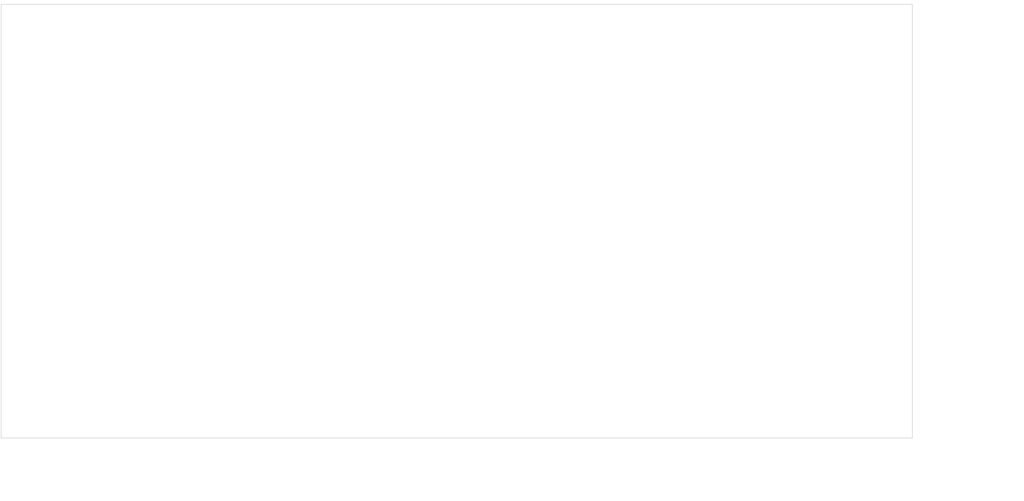
<source format=kicad_pcb>
(kicad_pcb (version 20240108) (generator "pcbnew") (generator_version "8.0")
  (title_block (title "Amiga PSU 312503-02") (comment 1 "Not for production of PCBs!") (comment 2 "The User.1 and User.2 layers have images of the front and back of the PCB "))
  (layers (0 "F.Cu" signal) (31 "B.Cu" signal) (34 "B.Paste" user) (35 "F.Paste" user) (36 "B.SilkS" user "B.Silkscreen") (37 "F.SilkS" user "F.Silkscreen") (38 "B.Mask" user) (39 "F.Mask" user) (44 "Edge.Cuts" user))
  (net 0 "")
  (gr_line (start 77.78 127.49) (end 77.78 56.5) (stroke (width 0.1)) (layer "Edge.Cuts"))
  (gr_line (start 77.78 56.5) (end 226.81 56.5) (stroke (width 0.1)) (layer "Edge.Cuts"))
  (gr_line (start 226.81 56.5) (end 226.81 127.49) (stroke (width 0.1)) (layer "Edge.Cuts"))
  (gr_line (start 226.81 127.49) (end 77.78 127.49) (stroke (width 0.1)) (layer "Edge.Cuts"))
)
</source>
